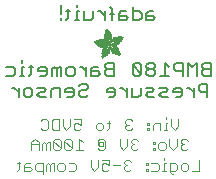
<source format=gbr>
G04 EAGLE Gerber RS-274X export*
G75*
%MOMM*%
%FSLAX34Y34*%
%LPD*%
%INSilkscreen Bottom*%
%IPPOS*%
%AMOC8*
5,1,8,0,0,1.08239X$1,22.5*%
G01*
%ADD10C,0.152400*%
%ADD11C,0.101600*%
%ADD12C,0.127000*%
%ADD13R,0.034300X0.003800*%
%ADD14R,0.057200X0.003800*%
%ADD15R,0.076200X0.003800*%
%ADD16R,0.091400X0.003800*%
%ADD17R,0.102900X0.003800*%
%ADD18R,0.114300X0.003900*%
%ADD19R,0.129500X0.003800*%
%ADD20R,0.137200X0.003800*%
%ADD21R,0.144800X0.003800*%
%ADD22R,0.152400X0.003800*%
%ADD23R,0.160000X0.003800*%
%ADD24R,0.171500X0.003800*%
%ADD25R,0.175300X0.003800*%
%ADD26R,0.182900X0.003800*%
%ADD27R,0.190500X0.003800*%
%ADD28R,0.194300X0.003900*%
%ADD29R,0.201900X0.003800*%
%ADD30R,0.209500X0.003800*%
%ADD31R,0.213400X0.003800*%
%ADD32R,0.221000X0.003800*%
%ADD33R,0.224800X0.003800*%
%ADD34R,0.232400X0.003800*%
%ADD35R,0.240000X0.003800*%
%ADD36R,0.243800X0.003800*%
%ADD37R,0.247600X0.003800*%
%ADD38R,0.255300X0.003900*%
%ADD39R,0.259100X0.003800*%
%ADD40R,0.262900X0.003800*%
%ADD41R,0.270500X0.003800*%
%ADD42R,0.274300X0.003800*%
%ADD43R,0.281900X0.003800*%
%ADD44R,0.285700X0.003800*%
%ADD45R,0.289500X0.003800*%
%ADD46R,0.297200X0.003800*%
%ADD47R,0.301000X0.003800*%
%ADD48R,0.304800X0.003900*%
%ADD49R,0.312400X0.003800*%
%ADD50R,0.316200X0.003800*%
%ADD51R,0.320000X0.003800*%
%ADD52R,0.327600X0.003800*%
%ADD53R,0.331500X0.003800*%
%ADD54R,0.339100X0.003800*%
%ADD55R,0.342900X0.003800*%
%ADD56R,0.346700X0.003800*%
%ADD57R,0.354300X0.003800*%
%ADD58R,0.358100X0.003900*%
%ADD59R,0.361900X0.003800*%
%ADD60R,0.369600X0.003800*%
%ADD61R,0.373400X0.003800*%
%ADD62R,0.377200X0.003800*%
%ADD63R,0.384800X0.003800*%
%ADD64R,0.388600X0.003800*%
%ADD65R,0.396200X0.003800*%
%ADD66R,0.400000X0.003800*%
%ADD67R,0.403800X0.003800*%
%ADD68R,0.411500X0.003900*%
%ADD69R,0.415300X0.003800*%
%ADD70R,0.419100X0.003800*%
%ADD71R,0.045700X0.003800*%
%ADD72R,0.426700X0.003800*%
%ADD73R,0.072400X0.003800*%
%ADD74R,0.430500X0.003800*%
%ADD75R,0.095300X0.003800*%
%ADD76R,0.438100X0.003800*%
%ADD77R,0.110500X0.003800*%
%ADD78R,0.441900X0.003800*%
%ADD79R,0.445800X0.003800*%
%ADD80R,0.144700X0.003800*%
%ADD81R,0.453400X0.003800*%
%ADD82R,0.457200X0.003800*%
%ADD83R,0.175300X0.003900*%
%ADD84R,0.461000X0.003900*%
%ADD85R,0.468600X0.003800*%
%ADD86R,0.205800X0.003800*%
%ADD87R,0.472400X0.003800*%
%ADD88R,0.217200X0.003800*%
%ADD89R,0.476200X0.003800*%
%ADD90R,0.483900X0.003800*%
%ADD91R,0.247700X0.003800*%
%ADD92R,0.487700X0.003800*%
%ADD93R,0.495300X0.003800*%
%ADD94R,0.499100X0.003800*%
%ADD95R,0.502900X0.003800*%
%ADD96R,0.510500X0.003800*%
%ADD97R,0.308600X0.003900*%
%ADD98R,0.514300X0.003900*%
%ADD99R,0.323800X0.003800*%
%ADD100R,0.518100X0.003800*%
%ADD101R,0.335300X0.003800*%
%ADD102R,0.525800X0.003800*%
%ADD103R,0.529600X0.003800*%
%ADD104R,0.358100X0.003800*%
%ADD105R,0.533400X0.003800*%
%ADD106R,0.537200X0.003800*%
%ADD107R,0.381000X0.003800*%
%ADD108R,0.544800X0.003800*%
%ADD109R,0.392400X0.003800*%
%ADD110R,0.548600X0.003800*%
%ADD111R,0.552400X0.003800*%
%ADD112R,0.556200X0.003800*%
%ADD113R,0.422900X0.003900*%
%ADD114R,0.560100X0.003900*%
%ADD115R,0.434300X0.003800*%
%ADD116R,0.563900X0.003800*%
%ADD117R,0.567700X0.003800*%
%ADD118R,0.461000X0.003800*%
%ADD119R,0.571500X0.003800*%
%ADD120R,0.575300X0.003800*%
%ADD121R,0.480100X0.003800*%
%ADD122R,0.579100X0.003800*%
%ADD123R,0.491500X0.003800*%
%ADD124R,0.582900X0.003800*%
%ADD125R,0.586700X0.003800*%
%ADD126R,0.510600X0.003800*%
%ADD127R,0.590500X0.003800*%
%ADD128R,0.522000X0.003800*%
%ADD129R,0.594300X0.003800*%
%ADD130R,0.533400X0.003900*%
%ADD131R,0.598200X0.003900*%
%ADD132R,0.541000X0.003800*%
%ADD133R,0.602000X0.003800*%
%ADD134R,0.552500X0.003800*%
%ADD135R,0.605800X0.003800*%
%ADD136R,0.560100X0.003800*%
%ADD137R,0.609600X0.003800*%
%ADD138R,0.613400X0.003800*%
%ADD139R,0.583000X0.003800*%
%ADD140R,0.617200X0.003800*%
%ADD141R,0.594400X0.003800*%
%ADD142R,0.621000X0.003800*%
%ADD143R,0.598200X0.003800*%
%ADD144R,0.624800X0.003800*%
%ADD145R,0.613500X0.003900*%
%ADD146R,0.628600X0.003900*%
%ADD147R,0.632400X0.003800*%
%ADD148R,0.628600X0.003800*%
%ADD149R,0.636300X0.003800*%
%ADD150R,0.640100X0.003800*%
%ADD151R,0.636200X0.003800*%
%ADD152R,0.643900X0.003800*%
%ADD153R,0.647700X0.003800*%
%ADD154R,0.651500X0.003800*%
%ADD155R,0.659100X0.003800*%
%ADD156R,0.659100X0.003900*%
%ADD157R,0.655300X0.003900*%
%ADD158R,0.662900X0.003800*%
%ADD159R,0.655300X0.003800*%
%ADD160R,0.670500X0.003800*%
%ADD161R,0.670600X0.003800*%
%ADD162R,0.674400X0.003800*%
%ADD163R,0.682000X0.003800*%
%ADD164R,0.666700X0.003800*%
%ADD165R,0.685800X0.003800*%
%ADD166R,0.689600X0.003800*%
%ADD167R,0.693400X0.003900*%
%ADD168R,0.674400X0.003900*%
%ADD169R,0.697200X0.003800*%
%ADD170R,0.678200X0.003800*%
%ADD171R,0.697300X0.003800*%
%ADD172R,0.701100X0.003800*%
%ADD173R,0.704900X0.003800*%
%ADD174R,0.708700X0.003800*%
%ADD175R,0.712500X0.003800*%
%ADD176R,0.716300X0.003800*%
%ADD177R,0.720100X0.003900*%
%ADD178R,0.689600X0.003900*%
%ADD179R,0.720000X0.003800*%
%ADD180R,0.693400X0.003800*%
%ADD181R,0.723900X0.003800*%
%ADD182R,0.727700X0.003800*%
%ADD183R,0.731500X0.003800*%
%ADD184R,0.701000X0.003800*%
%ADD185R,0.735300X0.003800*%
%ADD186R,0.731500X0.003900*%
%ADD187R,0.701000X0.003900*%
%ADD188R,0.704800X0.003800*%
%ADD189R,0.739100X0.003800*%
%ADD190R,0.743000X0.003800*%
%ADD191R,0.739200X0.003800*%
%ADD192R,0.743000X0.003900*%
%ADD193R,0.704800X0.003900*%
%ADD194R,0.746800X0.003800*%
%ADD195R,0.746800X0.003900*%
%ADD196R,0.742900X0.003800*%
%ADD197R,0.746700X0.003800*%
%ADD198R,0.746700X0.003900*%
%ADD199R,1.428800X0.003800*%
%ADD200R,1.424900X0.003800*%
%ADD201R,1.421100X0.003900*%
%ADD202R,1.421100X0.003800*%
%ADD203R,1.417300X0.003800*%
%ADD204R,1.413500X0.003800*%
%ADD205R,1.409700X0.003800*%
%ADD206R,1.405900X0.003800*%
%ADD207R,1.402100X0.003800*%
%ADD208R,1.398300X0.003800*%
%ADD209R,0.983000X0.003900*%
%ADD210R,0.384800X0.003900*%
%ADD211R,0.971600X0.003800*%
%ADD212R,0.963900X0.003800*%
%ADD213R,0.956300X0.003800*%
%ADD214R,0.365800X0.003800*%
%ADD215R,0.952500X0.003800*%
%ADD216R,0.941000X0.003800*%
%ADD217R,0.358200X0.003800*%
%ADD218R,0.937200X0.003800*%
%ADD219R,0.933400X0.003800*%
%ADD220R,0.354400X0.003800*%
%ADD221R,0.925800X0.003800*%
%ADD222R,0.350500X0.003800*%
%ADD223R,0.922000X0.003800*%
%ADD224R,0.918200X0.003900*%
%ADD225R,0.346700X0.003900*%
%ADD226R,0.910600X0.003800*%
%ADD227R,0.906800X0.003800*%
%ADD228R,0.903000X0.003800*%
%ADD229R,0.339000X0.003800*%
%ADD230R,0.895300X0.003800*%
%ADD231R,0.335200X0.003800*%
%ADD232R,0.887700X0.003800*%
%ADD233R,0.883900X0.003800*%
%ADD234R,0.331400X0.003800*%
%ADD235R,0.880100X0.003800*%
%ADD236R,0.876300X0.003800*%
%ADD237R,0.468600X0.003900*%
%ADD238R,0.396200X0.003900*%
%ADD239R,0.323800X0.003900*%
%ADD240R,0.449600X0.003800*%
%ADD241R,0.323900X0.003800*%
%ADD242R,0.442000X0.003800*%
%ADD243R,0.434400X0.003800*%
%ADD244R,0.320100X0.003800*%
%ADD245R,0.316300X0.003800*%
%ADD246R,0.426800X0.003800*%
%ADD247R,0.327700X0.003800*%
%ADD248R,0.312500X0.003800*%
%ADD249R,0.422900X0.003800*%
%ADD250R,0.308600X0.003800*%
%ADD251R,0.293400X0.003800*%
%ADD252R,0.304800X0.003800*%
%ADD253R,0.419100X0.003900*%
%ADD254R,0.285700X0.003900*%
%ADD255R,0.301000X0.003900*%
%ADD256R,0.411500X0.003800*%
%ADD257R,0.407700X0.003800*%
%ADD258R,0.289600X0.003800*%
%ADD259R,0.285800X0.003800*%
%ADD260R,0.403900X0.003800*%
%ADD261R,0.228600X0.003800*%
%ADD262R,0.403900X0.003900*%
%ADD263R,0.221000X0.003900*%
%ADD264R,0.278100X0.003900*%
%ADD265R,0.400100X0.003800*%
%ADD266R,0.209600X0.003800*%
%ADD267R,0.266700X0.003800*%
%ADD268R,0.038100X0.003800*%
%ADD269R,0.194300X0.003800*%
%ADD270R,0.148600X0.003800*%
%ADD271R,0.259000X0.003800*%
%ADD272R,0.182800X0.003800*%
%ADD273R,0.186700X0.003800*%
%ADD274R,0.251400X0.003800*%
%ADD275R,0.179100X0.003800*%
%ADD276R,0.236200X0.003800*%
%ADD277R,0.243900X0.003900*%
%ADD278R,0.282000X0.003900*%
%ADD279R,0.167700X0.003800*%
%ADD280R,0.236300X0.003800*%
%ADD281R,0.396300X0.003800*%
%ADD282R,0.163900X0.003800*%
%ADD283R,0.392500X0.003800*%
%ADD284R,0.160100X0.003800*%
%ADD285R,0.586800X0.003800*%
%ADD286R,0.148500X0.003800*%
%ADD287R,0.140900X0.003800*%
%ADD288R,0.392400X0.003900*%
%ADD289R,0.140900X0.003900*%
%ADD290R,0.647700X0.003900*%
%ADD291R,0.133300X0.003800*%
%ADD292R,0.674300X0.003800*%
%ADD293R,0.388700X0.003800*%
%ADD294R,0.125700X0.003800*%
%ADD295R,0.121900X0.003800*%
%ADD296R,0.720100X0.003800*%
%ADD297R,0.118100X0.003800*%
%ADD298R,0.118100X0.003900*%
%ADD299R,0.739100X0.003900*%
%ADD300R,0.114300X0.003800*%
%ADD301R,0.754400X0.003800*%
%ADD302R,0.765800X0.003800*%
%ADD303R,0.773400X0.003800*%
%ADD304R,0.784800X0.003800*%
%ADD305R,0.118200X0.003800*%
%ADD306R,0.792500X0.003800*%
%ADD307R,0.803900X0.003800*%
%ADD308R,0.122000X0.003800*%
%ADD309R,0.815400X0.003800*%
%ADD310R,0.125800X0.003800*%
%ADD311R,0.826800X0.003800*%
%ADD312R,0.369500X0.003900*%
%ADD313R,0.133400X0.003900*%
%ADD314R,0.842000X0.003900*%
%ADD315R,0.365700X0.003800*%
%ADD316R,1.009700X0.003800*%
%ADD317R,1.013500X0.003800*%
%ADD318R,0.362000X0.003800*%
%ADD319R,1.024900X0.003800*%
%ADD320R,1.028700X0.003800*%
%ADD321R,1.036300X0.003800*%
%ADD322R,1.047800X0.003800*%
%ADD323R,1.055400X0.003800*%
%ADD324R,1.070600X0.003800*%
%ADD325R,0.030500X0.003800*%
%ADD326R,1.436400X0.003800*%
%ADD327R,1.562100X0.003900*%
%ADD328R,1.588700X0.003800*%
%ADD329R,1.607800X0.003800*%
%ADD330R,1.626900X0.003800*%
%ADD331R,1.642100X0.003800*%
%ADD332R,1.657400X0.003800*%
%ADD333R,1.676400X0.003800*%
%ADD334R,1.687800X0.003800*%
%ADD335R,1.703000X0.003800*%
%ADD336R,1.714500X0.003800*%
%ADD337R,1.726000X0.003900*%
%ADD338R,1.741200X0.003800*%
%ADD339R,0.914400X0.003800*%
%ADD340R,0.769600X0.003800*%
%ADD341R,0.884000X0.003800*%
%ADD342R,0.712400X0.003800*%
%ADD343R,0.880100X0.003900*%
%ADD344R,0.887800X0.003800*%
%ADD345R,0.891600X0.003800*%
%ADD346R,0.895400X0.003800*%
%ADD347R,0.251500X0.003800*%
%ADD348R,0.579200X0.003900*%
%ADD349R,0.243900X0.003800*%
%ADD350R,0.556300X0.003800*%
%ADD351R,0.255200X0.003800*%
%ADD352R,0.529500X0.003800*%
%ADD353R,0.731600X0.003800*%
%ADD354R,0.525800X0.003900*%
%ADD355R,0.281900X0.003900*%
%ADD356R,0.735400X0.003900*%
%ADD357R,0.300900X0.003800*%
%ADD358R,0.762000X0.003800*%
%ADD359R,0.518200X0.003800*%
%ADD360R,0.350600X0.003800*%
%ADD361R,0.796300X0.003800*%
%ADD362R,0.807800X0.003800*%
%ADD363R,0.506700X0.003800*%
%ADD364R,0.849600X0.003800*%
%ADD365R,0.506700X0.003900*%
%ADD366R,1.371600X0.003900*%
%ADD367R,1.207800X0.003800*%
%ADD368R,0.503000X0.003800*%
%ADD369R,0.141000X0.003800*%
%ADD370R,1.203900X0.003800*%
%ADD371R,1.204000X0.003800*%
%ADD372R,1.200200X0.003800*%
%ADD373R,0.499100X0.003900*%
%ADD374R,0.156200X0.003900*%
%ADD375R,1.196400X0.003900*%
%ADD376R,1.196400X0.003800*%
%ADD377R,0.163800X0.003800*%
%ADD378R,0.167600X0.003800*%
%ADD379R,1.192500X0.003800*%
%ADD380R,0.499200X0.003800*%
%ADD381R,1.188700X0.003800*%
%ADD382R,0.506800X0.003800*%
%ADD383R,1.184900X0.003800*%
%ADD384R,0.510600X0.003900*%
%ADD385R,0.209600X0.003900*%
%ADD386R,1.181100X0.003900*%
%ADD387R,0.514400X0.003800*%
%ADD388R,1.181100X0.003800*%
%ADD389R,1.177300X0.003800*%
%ADD390R,0.240100X0.003800*%
%ADD391R,1.173500X0.003800*%
%ADD392R,1.169700X0.003800*%
%ADD393R,1.165900X0.003800*%
%ADD394R,1.162100X0.003800*%
%ADD395R,0.929700X0.003900*%
%ADD396R,1.162100X0.003900*%
%ADD397R,0.929700X0.003800*%
%ADD398R,1.154500X0.003800*%
%ADD399R,0.933500X0.003800*%
%ADD400R,1.150600X0.003800*%
%ADD401R,0.937300X0.003800*%
%ADD402R,1.146800X0.003800*%
%ADD403R,0.941100X0.003800*%
%ADD404R,1.139200X0.003800*%
%ADD405R,0.944900X0.003800*%
%ADD406R,1.135400X0.003800*%
%ADD407R,0.948700X0.003800*%
%ADD408R,1.127800X0.003800*%
%ADD409R,1.124000X0.003800*%
%ADD410R,1.116400X0.003800*%
%ADD411R,0.956300X0.003900*%
%ADD412R,1.104900X0.003900*%
%ADD413R,0.960100X0.003800*%
%ADD414R,1.093500X0.003800*%
%ADD415R,1.085900X0.003800*%
%ADD416R,0.967800X0.003800*%
%ADD417R,1.074500X0.003800*%
%ADD418R,1.063000X0.003800*%
%ADD419R,0.975400X0.003800*%
%ADD420R,1.036400X0.003800*%
%ADD421R,0.979200X0.003800*%
%ADD422R,1.021000X0.003800*%
%ADD423R,0.983000X0.003800*%
%ADD424R,1.009600X0.003800*%
%ADD425R,0.986800X0.003800*%
%ADD426R,0.998200X0.003800*%
%ADD427R,0.990600X0.003900*%
%ADD428R,0.986700X0.003900*%
%ADD429R,0.994400X0.003800*%
%ADD430R,0.975300X0.003800*%
%ADD431R,0.948600X0.003800*%
%ADD432R,1.002000X0.003800*%
%ADD433R,0.213300X0.003800*%
%ADD434R,0.217100X0.003800*%
%ADD435R,1.017300X0.003800*%
%ADD436R,0.666800X0.003800*%
%ADD437R,0.220900X0.003800*%
%ADD438R,1.028700X0.003900*%
%ADD439R,0.224700X0.003900*%
%ADD440R,1.032500X0.003800*%
%ADD441R,1.040100X0.003800*%
%ADD442R,1.043900X0.003800*%
%ADD443R,0.548700X0.003800*%
%ADD444R,1.051500X0.003800*%
%ADD445R,1.055300X0.003800*%
%ADD446R,1.059100X0.003800*%
%ADD447R,1.062900X0.003800*%
%ADD448R,0.255300X0.003800*%
%ADD449R,1.066800X0.003900*%
%ADD450R,0.259100X0.003900*%
%ADD451R,0.457200X0.003900*%
%ADD452R,0.423000X0.003800*%
%ADD453R,1.082100X0.003800*%
%ADD454R,0.274400X0.003800*%
%ADD455R,0.278200X0.003800*%
%ADD456R,1.101100X0.003800*%
%ADD457R,0.278100X0.003800*%
%ADD458R,0.876300X0.003900*%
%ADD459R,0.236200X0.003900*%
%ADD460R,0.289600X0.003900*%
%ADD461R,0.247700X0.003900*%
%ADD462R,0.049500X0.003800*%
%ADD463R,0.640100X0.003900*%
%ADD464R,0.659200X0.003800*%
%ADD465R,0.663000X0.003800*%
%ADD466R,0.872500X0.003900*%
%ADD467R,0.666800X0.003900*%
%ADD468R,0.872500X0.003800*%
%ADD469R,0.868700X0.003800*%
%ADD470R,0.864900X0.003800*%
%ADD471R,0.861100X0.003800*%
%ADD472R,0.857300X0.003800*%
%ADD473R,0.853400X0.003800*%
%ADD474R,0.845800X0.003800*%
%ADD475R,0.682000X0.003900*%
%ADD476R,0.842000X0.003800*%
%ADD477R,0.834400X0.003800*%
%ADD478R,0.823000X0.003800*%
%ADD479R,0.815300X0.003800*%
%ADD480R,0.811500X0.003800*%
%ADD481R,0.788700X0.003800*%
%ADD482R,0.777300X0.003900*%
%ADD483R,0.750600X0.003800*%
%ADD484R,0.735400X0.003800*%
%ADD485R,0.727800X0.003800*%
%ADD486R,0.628700X0.003800*%
%ADD487R,0.575400X0.003800*%
%ADD488R,0.670600X0.003900*%
%ADD489R,0.655400X0.003800*%
%ADD490R,0.651500X0.003900*%
%ADD491R,0.624800X0.003900*%
%ADD492R,0.594400X0.003900*%
%ADD493R,0.563900X0.003900*%
%ADD494R,0.541100X0.003800*%
%ADD495R,0.537300X0.003800*%
%ADD496R,0.525700X0.003800*%
%ADD497R,0.525700X0.003900*%
%ADD498R,0.514300X0.003800*%
%ADD499R,0.480100X0.003900*%
%ADD500R,0.464800X0.003800*%
%ADD501R,0.442000X0.003900*%
%ADD502R,0.438200X0.003800*%
%ADD503R,0.430600X0.003800*%
%ADD504R,0.407600X0.003800*%
%ADD505R,0.403800X0.003900*%
%ADD506R,0.365700X0.003900*%
%ADD507R,0.327700X0.003900*%
%ADD508R,0.243800X0.003900*%
%ADD509R,0.205800X0.003900*%
%ADD510R,0.198100X0.003800*%
%ADD511R,0.163800X0.003900*%
%ADD512R,0.137100X0.003800*%
%ADD513R,0.091500X0.003900*%
%ADD514R,0.060900X0.003800*%


D10*
X175547Y111252D02*
X175547Y122438D01*
X169955Y122438D01*
X168090Y120573D01*
X168090Y118709D01*
X169955Y116845D01*
X168090Y114981D01*
X168090Y113116D01*
X169955Y111252D01*
X175547Y111252D01*
X175547Y116845D02*
X169955Y116845D01*
X163853Y111252D02*
X163853Y122438D01*
X160125Y118709D01*
X156396Y122438D01*
X156396Y111252D01*
X152160Y111252D02*
X152160Y122438D01*
X146567Y122438D01*
X144702Y120573D01*
X144702Y116845D01*
X146567Y114981D01*
X152160Y114981D01*
X140466Y118709D02*
X136737Y122438D01*
X136737Y111252D01*
X133009Y111252D02*
X140466Y111252D01*
X128772Y120573D02*
X126907Y122438D01*
X123179Y122438D01*
X121315Y120573D01*
X121315Y118709D01*
X123179Y116845D01*
X121315Y114981D01*
X121315Y113116D01*
X123179Y111252D01*
X126907Y111252D01*
X128772Y113116D01*
X128772Y114981D01*
X126907Y116845D01*
X128772Y118709D01*
X128772Y120573D01*
X126907Y116845D02*
X123179Y116845D01*
X117078Y120573D02*
X117078Y113116D01*
X117078Y120573D02*
X115213Y122438D01*
X111485Y122438D01*
X109621Y120573D01*
X109621Y113116D01*
X111485Y111252D01*
X115213Y111252D01*
X117078Y113116D01*
X109621Y120573D01*
X93690Y122438D02*
X93690Y111252D01*
X93690Y122438D02*
X88097Y122438D01*
X86233Y120573D01*
X86233Y118709D01*
X88097Y116845D01*
X86233Y114981D01*
X86233Y113116D01*
X88097Y111252D01*
X93690Y111252D01*
X93690Y116845D02*
X88097Y116845D01*
X80131Y118709D02*
X76403Y118709D01*
X74539Y116845D01*
X74539Y111252D01*
X80131Y111252D01*
X81996Y113116D01*
X80131Y114981D01*
X74539Y114981D01*
X70302Y118709D02*
X70302Y111252D01*
X70302Y114981D02*
X66573Y118709D01*
X64709Y118709D01*
X58693Y111252D02*
X54964Y111252D01*
X53100Y113116D01*
X53100Y116845D01*
X54964Y118709D01*
X58693Y118709D01*
X60557Y116845D01*
X60557Y113116D01*
X58693Y111252D01*
X48863Y111252D02*
X48863Y118709D01*
X46999Y118709D01*
X45134Y116845D01*
X45134Y111252D01*
X45134Y116845D02*
X43270Y118709D01*
X41406Y116845D01*
X41406Y111252D01*
X35305Y111252D02*
X31576Y111252D01*
X35305Y111252D02*
X37169Y113116D01*
X37169Y116845D01*
X35305Y118709D01*
X31576Y118709D01*
X29712Y116845D01*
X29712Y114981D01*
X37169Y114981D01*
X23611Y113116D02*
X23611Y120573D01*
X23611Y113116D02*
X21746Y111252D01*
X21746Y118709D02*
X25475Y118709D01*
X17679Y118709D02*
X15815Y118709D01*
X15815Y111252D01*
X17679Y111252D02*
X13950Y111252D01*
X15815Y122438D02*
X15815Y124302D01*
X8019Y118709D02*
X2426Y118709D01*
X8019Y118709D02*
X9883Y116845D01*
X9883Y113116D01*
X8019Y111252D01*
X2426Y111252D01*
X172919Y104658D02*
X172919Y93472D01*
X172919Y104658D02*
X167327Y104658D01*
X165462Y102793D01*
X165462Y99065D01*
X167327Y97201D01*
X172919Y97201D01*
X161225Y100929D02*
X161225Y93472D01*
X161225Y97201D02*
X157497Y100929D01*
X155633Y100929D01*
X149616Y93472D02*
X145888Y93472D01*
X149616Y93472D02*
X151481Y95336D01*
X151481Y99065D01*
X149616Y100929D01*
X145888Y100929D01*
X144023Y99065D01*
X144023Y97201D01*
X151481Y97201D01*
X139787Y93472D02*
X134194Y93472D01*
X132330Y95336D01*
X134194Y97201D01*
X137922Y97201D01*
X139787Y99065D01*
X137922Y100929D01*
X132330Y100929D01*
X128093Y93472D02*
X122500Y93472D01*
X120636Y95336D01*
X122500Y97201D01*
X126228Y97201D01*
X128093Y99065D01*
X126228Y100929D01*
X120636Y100929D01*
X116399Y100929D02*
X116399Y95336D01*
X114534Y93472D01*
X108942Y93472D01*
X108942Y100929D01*
X104705Y100929D02*
X104705Y93472D01*
X104705Y97201D02*
X100976Y100929D01*
X99112Y100929D01*
X93095Y93472D02*
X89367Y93472D01*
X93095Y93472D02*
X94960Y95336D01*
X94960Y99065D01*
X93095Y100929D01*
X89367Y100929D01*
X87503Y99065D01*
X87503Y97201D01*
X94960Y97201D01*
X65979Y104658D02*
X64115Y102793D01*
X65979Y104658D02*
X69707Y104658D01*
X71572Y102793D01*
X71572Y100929D01*
X69707Y99065D01*
X65979Y99065D01*
X64115Y97201D01*
X64115Y95336D01*
X65979Y93472D01*
X69707Y93472D01*
X71572Y95336D01*
X58014Y93472D02*
X54285Y93472D01*
X58014Y93472D02*
X59878Y95336D01*
X59878Y99065D01*
X58014Y100929D01*
X54285Y100929D01*
X52421Y99065D01*
X52421Y97201D01*
X59878Y97201D01*
X48184Y100929D02*
X48184Y93472D01*
X48184Y100929D02*
X42591Y100929D01*
X40727Y99065D01*
X40727Y93472D01*
X36490Y93472D02*
X30897Y93472D01*
X29033Y95336D01*
X30897Y97201D01*
X34626Y97201D01*
X36490Y99065D01*
X34626Y100929D01*
X29033Y100929D01*
X22932Y93472D02*
X19203Y93472D01*
X17339Y95336D01*
X17339Y99065D01*
X19203Y100929D01*
X22932Y100929D01*
X24796Y99065D01*
X24796Y95336D01*
X22932Y93472D01*
X13102Y93472D02*
X13102Y100929D01*
X13102Y97201D02*
X9373Y100929D01*
X7509Y100929D01*
D11*
X148421Y74430D02*
X148421Y68329D01*
X145371Y65278D01*
X142320Y68329D01*
X142320Y74430D01*
X139066Y71379D02*
X137541Y71379D01*
X137541Y65278D01*
X139066Y65278D02*
X136015Y65278D01*
X137541Y74430D02*
X137541Y75955D01*
X132829Y71379D02*
X132829Y65278D01*
X132829Y71379D02*
X128253Y71379D01*
X126728Y69854D01*
X126728Y65278D01*
X123474Y71379D02*
X121949Y71379D01*
X121949Y69854D01*
X123474Y69854D01*
X123474Y71379D01*
X123474Y66803D02*
X121949Y66803D01*
X121949Y65278D01*
X123474Y65278D01*
X123474Y66803D01*
X109441Y72905D02*
X107916Y74430D01*
X104865Y74430D01*
X103340Y72905D01*
X103340Y71379D01*
X104865Y69854D01*
X106391Y69854D01*
X104865Y69854D02*
X103340Y68329D01*
X103340Y66803D01*
X104865Y65278D01*
X107916Y65278D01*
X109441Y66803D01*
X89206Y66803D02*
X89206Y72905D01*
X89206Y66803D02*
X87680Y65278D01*
X87680Y71379D02*
X90731Y71379D01*
X82969Y65278D02*
X79918Y65278D01*
X78393Y66803D01*
X78393Y69854D01*
X79918Y71379D01*
X82969Y71379D01*
X84494Y69854D01*
X84494Y66803D01*
X82969Y65278D01*
X65784Y74430D02*
X59683Y74430D01*
X65784Y74430D02*
X65784Y69854D01*
X62733Y71379D01*
X61208Y71379D01*
X59683Y69854D01*
X59683Y66803D01*
X61208Y65278D01*
X64258Y65278D01*
X65784Y66803D01*
X56429Y68329D02*
X56429Y74430D01*
X56429Y68329D02*
X53378Y65278D01*
X50327Y68329D01*
X50327Y74430D01*
X47073Y74430D02*
X47073Y65278D01*
X42497Y65278D01*
X40972Y66803D01*
X40972Y72905D01*
X42497Y74430D01*
X47073Y74430D01*
X33142Y74430D02*
X31617Y72905D01*
X33142Y74430D02*
X36193Y74430D01*
X37718Y72905D01*
X37718Y66803D01*
X36193Y65278D01*
X33142Y65278D01*
X31617Y66803D01*
X165862Y40140D02*
X165862Y30988D01*
X159760Y30988D01*
X154981Y30988D02*
X151930Y30988D01*
X150405Y32513D01*
X150405Y35564D01*
X151930Y37089D01*
X154981Y37089D01*
X156506Y35564D01*
X156506Y32513D01*
X154981Y30988D01*
X144101Y27937D02*
X142575Y27937D01*
X141050Y29463D01*
X141050Y37089D01*
X145626Y37089D01*
X147151Y35564D01*
X147151Y32513D01*
X145626Y30988D01*
X141050Y30988D01*
X137796Y37089D02*
X136271Y37089D01*
X136271Y30988D01*
X137796Y30988D02*
X134745Y30988D01*
X136271Y40140D02*
X136271Y41665D01*
X130034Y37089D02*
X125458Y37089D01*
X130034Y37089D02*
X131559Y35564D01*
X131559Y32513D01*
X130034Y30988D01*
X125458Y30988D01*
X122204Y37089D02*
X120679Y37089D01*
X120679Y35564D01*
X122204Y35564D01*
X122204Y37089D01*
X122204Y32513D02*
X120679Y32513D01*
X120679Y30988D01*
X122204Y30988D01*
X122204Y32513D01*
X108171Y38615D02*
X106646Y40140D01*
X103595Y40140D01*
X102070Y38615D01*
X102070Y37089D01*
X103595Y35564D01*
X105121Y35564D01*
X103595Y35564D02*
X102070Y34039D01*
X102070Y32513D01*
X103595Y30988D01*
X106646Y30988D01*
X108171Y32513D01*
X98816Y35564D02*
X92715Y35564D01*
X89461Y40140D02*
X83360Y40140D01*
X89461Y40140D02*
X89461Y35564D01*
X86410Y37089D01*
X84885Y37089D01*
X83360Y35564D01*
X83360Y32513D01*
X84885Y30988D01*
X87936Y30988D01*
X89461Y32513D01*
X80106Y34039D02*
X80106Y40140D01*
X80106Y34039D02*
X77055Y30988D01*
X74005Y34039D01*
X74005Y40140D01*
X59870Y37089D02*
X55294Y37089D01*
X59870Y37089D02*
X61395Y35564D01*
X61395Y32513D01*
X59870Y30988D01*
X55294Y30988D01*
X50515Y30988D02*
X47464Y30988D01*
X45939Y32513D01*
X45939Y35564D01*
X47464Y37089D01*
X50515Y37089D01*
X52040Y35564D01*
X52040Y32513D01*
X50515Y30988D01*
X42685Y30988D02*
X42685Y37089D01*
X41160Y37089D01*
X39634Y35564D01*
X39634Y30988D01*
X39634Y35564D02*
X38109Y37089D01*
X36584Y35564D01*
X36584Y30988D01*
X33330Y27937D02*
X33330Y37089D01*
X28754Y37089D01*
X27229Y35564D01*
X27229Y32513D01*
X28754Y30988D01*
X33330Y30988D01*
X22449Y37089D02*
X19399Y37089D01*
X17873Y35564D01*
X17873Y30988D01*
X22449Y30988D01*
X23975Y32513D01*
X22449Y34039D01*
X17873Y34039D01*
X13094Y32513D02*
X13094Y38615D01*
X13094Y32513D02*
X11569Y30988D01*
X11569Y37089D02*
X14619Y37089D01*
X154692Y57920D02*
X156217Y56395D01*
X154692Y57920D02*
X151641Y57920D01*
X150116Y56395D01*
X150116Y54869D01*
X151641Y53344D01*
X153167Y53344D01*
X151641Y53344D02*
X150116Y51819D01*
X150116Y50293D01*
X151641Y48768D01*
X154692Y48768D01*
X156217Y50293D01*
X146862Y51819D02*
X146862Y57920D01*
X146862Y51819D02*
X143811Y48768D01*
X140761Y51819D01*
X140761Y57920D01*
X135982Y48768D02*
X132931Y48768D01*
X131406Y50293D01*
X131406Y53344D01*
X132931Y54869D01*
X135982Y54869D01*
X137507Y53344D01*
X137507Y50293D01*
X135982Y48768D01*
X128152Y54869D02*
X126626Y54869D01*
X126626Y53344D01*
X128152Y53344D01*
X128152Y54869D01*
X128152Y50293D02*
X126626Y50293D01*
X126626Y48768D01*
X128152Y48768D01*
X128152Y50293D01*
X114119Y56395D02*
X112594Y57920D01*
X109543Y57920D01*
X108018Y56395D01*
X108018Y54869D01*
X109543Y53344D01*
X111068Y53344D01*
X109543Y53344D02*
X108018Y51819D01*
X108018Y50293D01*
X109543Y48768D01*
X112594Y48768D01*
X114119Y50293D01*
X104764Y51819D02*
X104764Y57920D01*
X104764Y51819D02*
X101713Y48768D01*
X98662Y51819D01*
X98662Y57920D01*
X81477Y48768D02*
X79952Y50293D01*
X81477Y48768D02*
X84528Y48768D01*
X86053Y50293D01*
X86053Y56395D01*
X84528Y57920D01*
X81477Y57920D01*
X79952Y56395D01*
X79952Y53344D01*
X81477Y51819D01*
X84528Y51819D01*
X84528Y54869D01*
X81477Y54869D01*
X81477Y51819D01*
X67343Y54869D02*
X64292Y57920D01*
X64292Y48768D01*
X61242Y48768D02*
X67343Y48768D01*
X57988Y50293D02*
X57988Y56395D01*
X56462Y57920D01*
X53412Y57920D01*
X51887Y56395D01*
X51887Y50293D01*
X53412Y48768D01*
X56462Y48768D01*
X57988Y50293D01*
X51887Y56395D01*
X48633Y56395D02*
X48633Y50293D01*
X48633Y56395D02*
X47107Y57920D01*
X44057Y57920D01*
X42531Y56395D01*
X42531Y50293D01*
X44057Y48768D01*
X47107Y48768D01*
X48633Y50293D01*
X42531Y56395D01*
X39277Y54869D02*
X39277Y48768D01*
X39277Y54869D02*
X37752Y54869D01*
X36227Y53344D01*
X36227Y48768D01*
X36227Y53344D02*
X34701Y54869D01*
X33176Y53344D01*
X33176Y48768D01*
X29922Y48768D02*
X29922Y54869D01*
X26872Y57920D01*
X23821Y54869D01*
X23821Y48768D01*
X23821Y53344D02*
X29922Y53344D01*
D12*
X123185Y165742D02*
X126998Y165742D01*
X123185Y165742D02*
X121279Y163835D01*
X121279Y158115D01*
X126998Y158115D01*
X128905Y160022D01*
X126998Y161928D01*
X121279Y161928D01*
X109585Y158115D02*
X109585Y169555D01*
X109585Y158115D02*
X115304Y158115D01*
X117211Y160022D01*
X117211Y163835D01*
X115304Y165742D01*
X109585Y165742D01*
X103610Y165742D02*
X99797Y165742D01*
X97891Y163835D01*
X97891Y158115D01*
X103610Y158115D01*
X105517Y160022D01*
X103610Y161928D01*
X97891Y161928D01*
X91916Y158115D02*
X91916Y167648D01*
X90010Y169555D01*
X90010Y163835D02*
X93823Y163835D01*
X86027Y165742D02*
X86027Y158115D01*
X86027Y161928D02*
X82214Y165742D01*
X80307Y165742D01*
X76282Y165742D02*
X76282Y160022D01*
X74376Y158115D01*
X68656Y158115D01*
X68656Y165742D01*
X64588Y165742D02*
X62682Y165742D01*
X62682Y158115D01*
X64588Y158115D02*
X60775Y158115D01*
X62682Y169555D02*
X62682Y171461D01*
X54886Y167648D02*
X54886Y160022D01*
X52979Y158115D01*
X52979Y165742D02*
X56792Y165742D01*
X48996Y160022D02*
X48996Y158115D01*
X48996Y163835D02*
X48996Y171461D01*
D13*
X84532Y125730D03*
D14*
X84531Y125768D03*
D15*
X84550Y125806D03*
D16*
X84550Y125844D03*
D17*
X84532Y125882D03*
D18*
X84551Y125921D03*
D19*
X84551Y125959D03*
D20*
X84550Y125997D03*
D21*
X84550Y126035D03*
D22*
X84588Y126073D03*
D23*
X84588Y126111D03*
D24*
X84608Y126149D03*
D25*
X84627Y126187D03*
D26*
X84627Y126225D03*
D27*
X84665Y126263D03*
D28*
X84684Y126302D03*
D29*
X84684Y126340D03*
D30*
X84722Y126378D03*
D31*
X84741Y126416D03*
D32*
X84779Y126454D03*
D33*
X84798Y126492D03*
D34*
X84798Y126530D03*
D35*
X84836Y126568D03*
D36*
X84855Y126606D03*
D37*
X84874Y126644D03*
D38*
X84913Y126683D03*
D39*
X84932Y126721D03*
D40*
X84951Y126759D03*
D41*
X84989Y126797D03*
D42*
X85008Y126835D03*
D43*
X85046Y126873D03*
D44*
X85065Y126911D03*
D45*
X85084Y126949D03*
D46*
X85122Y126987D03*
D47*
X85141Y127025D03*
D48*
X85160Y127064D03*
D49*
X85198Y127102D03*
D50*
X85217Y127140D03*
D51*
X85236Y127178D03*
D52*
X85274Y127216D03*
D53*
X85294Y127254D03*
D54*
X85332Y127292D03*
D55*
X85351Y127330D03*
D56*
X85370Y127368D03*
D57*
X85408Y127406D03*
D58*
X85427Y127445D03*
D59*
X85446Y127483D03*
D60*
X85484Y127521D03*
D61*
X85503Y127559D03*
D62*
X85522Y127597D03*
D63*
X85560Y127635D03*
D64*
X85579Y127673D03*
D65*
X85617Y127711D03*
D66*
X85636Y127749D03*
D67*
X85655Y127787D03*
D68*
X85694Y127826D03*
D69*
X85713Y127864D03*
D70*
X85732Y127902D03*
D71*
X98495Y127940D03*
D72*
X85770Y127940D03*
D73*
X98476Y127978D03*
D74*
X85789Y127978D03*
D75*
X98438Y128016D03*
D76*
X85827Y128016D03*
D77*
X98400Y128054D03*
D78*
X85846Y128054D03*
D19*
X98381Y128092D03*
D79*
X85865Y128092D03*
D80*
X98343Y128130D03*
D81*
X85903Y128130D03*
D23*
X98304Y128168D03*
D82*
X85922Y128168D03*
D83*
X98267Y128207D03*
D84*
X85941Y128207D03*
D27*
X98229Y128245D03*
D85*
X85979Y128245D03*
D86*
X98190Y128283D03*
D87*
X85998Y128283D03*
D88*
X98133Y128321D03*
D89*
X86017Y128321D03*
D34*
X98095Y128359D03*
D90*
X86056Y128359D03*
D91*
X98057Y128397D03*
D92*
X86075Y128397D03*
D39*
X98000Y128435D03*
D93*
X86113Y128435D03*
D42*
X97962Y128473D03*
D94*
X86132Y128473D03*
D44*
X97905Y128511D03*
D95*
X86151Y128511D03*
D46*
X97847Y128549D03*
D96*
X86189Y128549D03*
D97*
X97790Y128588D03*
D98*
X86208Y128588D03*
D99*
X97752Y128626D03*
D100*
X86227Y128626D03*
D101*
X97695Y128664D03*
D102*
X86265Y128664D03*
D56*
X97638Y128702D03*
D103*
X86284Y128702D03*
D104*
X97581Y128740D03*
D105*
X86303Y128740D03*
D60*
X97523Y128778D03*
D106*
X86322Y128778D03*
D107*
X97466Y128816D03*
D108*
X86360Y128816D03*
D109*
X97409Y128854D03*
D110*
X86379Y128854D03*
D67*
X97352Y128892D03*
D111*
X86398Y128892D03*
D69*
X97295Y128930D03*
D112*
X86417Y128930D03*
D113*
X97219Y128969D03*
D114*
X86437Y128969D03*
D115*
X97162Y129007D03*
D116*
X86456Y129007D03*
D79*
X97104Y129045D03*
D117*
X86475Y129045D03*
D118*
X97028Y129083D03*
D119*
X86494Y129083D03*
D87*
X96971Y129121D03*
D120*
X86513Y129121D03*
D121*
X96895Y129159D03*
D122*
X86532Y129159D03*
D123*
X96838Y129197D03*
D124*
X86551Y129197D03*
D95*
X96781Y129235D03*
D125*
X86570Y129235D03*
D126*
X96704Y129273D03*
D127*
X86589Y129273D03*
D128*
X96647Y129311D03*
D129*
X86608Y129311D03*
D130*
X96590Y129350D03*
D131*
X86627Y129350D03*
D132*
X96514Y129388D03*
D133*
X86646Y129388D03*
D134*
X96457Y129426D03*
D135*
X86665Y129426D03*
D136*
X96419Y129464D03*
D135*
X86665Y129464D03*
D119*
X96362Y129502D03*
D137*
X86684Y129502D03*
D120*
X96305Y129540D03*
D138*
X86703Y129540D03*
D139*
X96266Y129578D03*
D140*
X86722Y129578D03*
D141*
X96209Y129616D03*
D142*
X86741Y129616D03*
D143*
X96152Y129654D03*
D142*
X86741Y129654D03*
D135*
X96114Y129692D03*
D144*
X86760Y129692D03*
D145*
X96076Y129731D03*
D146*
X86779Y129731D03*
D138*
X96037Y129769D03*
D147*
X86798Y129769D03*
D142*
X95999Y129807D03*
D147*
X86798Y129807D03*
D148*
X95961Y129845D03*
D149*
X86818Y129845D03*
D147*
X95904Y129883D03*
D150*
X86837Y129883D03*
D151*
X95885Y129921D03*
D152*
X86856Y129921D03*
X95847Y129959D03*
X86856Y129959D03*
D153*
X95790Y129997D03*
X86875Y129997D03*
D154*
X95771Y130035D03*
X86894Y130035D03*
D155*
X95733Y130073D03*
D154*
X86894Y130073D03*
D156*
X95695Y130112D03*
D157*
X86913Y130112D03*
D158*
X95676Y130150D03*
D159*
X86913Y130150D03*
D160*
X95638Y130188D03*
D155*
X86932Y130188D03*
D161*
X95599Y130226D03*
D158*
X86951Y130226D03*
D162*
X95580Y130264D03*
D158*
X86951Y130264D03*
D163*
X95542Y130302D03*
D164*
X86970Y130302D03*
D163*
X95504Y130340D03*
D164*
X86970Y130340D03*
D165*
X95485Y130378D03*
D160*
X86989Y130378D03*
D166*
X95466Y130416D03*
D160*
X86989Y130416D03*
D166*
X95428Y130454D03*
D162*
X87008Y130454D03*
D167*
X95409Y130493D03*
D168*
X87008Y130493D03*
D169*
X95390Y130531D03*
D170*
X87027Y130531D03*
D171*
X95352Y130569D03*
D170*
X87027Y130569D03*
D172*
X95333Y130607D03*
D170*
X87027Y130607D03*
D173*
X95314Y130645D03*
D163*
X87046Y130645D03*
D173*
X95276Y130683D03*
D163*
X87046Y130683D03*
D174*
X95257Y130721D03*
D165*
X87065Y130721D03*
D175*
X95238Y130759D03*
D165*
X87065Y130759D03*
D175*
X95200Y130797D03*
D165*
X87065Y130797D03*
D176*
X95181Y130835D03*
D166*
X87084Y130835D03*
D177*
X95162Y130874D03*
D178*
X87084Y130874D03*
D179*
X95123Y130912D03*
D180*
X87103Y130912D03*
D181*
X95104Y130950D03*
D180*
X87103Y130950D03*
D181*
X95104Y130988D03*
D180*
X87103Y130988D03*
D181*
X95066Y131026D03*
D180*
X87103Y131026D03*
D182*
X95047Y131064D03*
D169*
X87122Y131064D03*
D183*
X95028Y131102D03*
D169*
X87122Y131102D03*
D182*
X95009Y131140D03*
D169*
X87122Y131140D03*
D183*
X94990Y131178D03*
D184*
X87141Y131178D03*
D185*
X94971Y131216D03*
D184*
X87141Y131216D03*
D186*
X94952Y131255D03*
D187*
X87141Y131255D03*
D185*
X94933Y131293D03*
D184*
X87141Y131293D03*
D185*
X94933Y131331D03*
D188*
X87160Y131331D03*
D185*
X94895Y131369D03*
D184*
X87179Y131369D03*
D189*
X94876Y131407D03*
D184*
X87179Y131407D03*
D189*
X94876Y131445D03*
D184*
X87179Y131445D03*
D189*
X94838Y131483D03*
D184*
X87179Y131483D03*
D189*
X94838Y131521D03*
D184*
X87179Y131521D03*
D190*
X94818Y131559D03*
D188*
X87198Y131559D03*
D191*
X94799Y131597D03*
D188*
X87198Y131597D03*
D192*
X94780Y131636D03*
D193*
X87198Y131636D03*
D190*
X94780Y131674D03*
D188*
X87198Y131674D03*
D190*
X94742Y131712D03*
D188*
X87198Y131712D03*
D190*
X94742Y131750D03*
D188*
X87198Y131750D03*
D190*
X94742Y131788D03*
D188*
X87198Y131788D03*
D190*
X94704Y131826D03*
D184*
X87217Y131826D03*
D190*
X94704Y131864D03*
D184*
X87217Y131864D03*
D194*
X94685Y131902D03*
D184*
X87217Y131902D03*
D190*
X94666Y131940D03*
D184*
X87217Y131940D03*
D190*
X94666Y131978D03*
D184*
X87217Y131978D03*
D195*
X94647Y132017D03*
D187*
X87217Y132017D03*
D196*
X94628Y132055D03*
D184*
X87217Y132055D03*
D196*
X94628Y132093D03*
D169*
X87236Y132093D03*
D197*
X94609Y132131D03*
D169*
X87236Y132131D03*
D196*
X94590Y132169D03*
D169*
X87236Y132169D03*
D196*
X94590Y132207D03*
D169*
X87236Y132207D03*
D196*
X94590Y132245D03*
D169*
X87236Y132245D03*
D197*
X94571Y132283D03*
D180*
X87255Y132283D03*
D196*
X94552Y132321D03*
D180*
X87255Y132321D03*
D196*
X94552Y132359D03*
D180*
X87255Y132359D03*
D198*
X94533Y132398D03*
D167*
X87255Y132398D03*
D196*
X94514Y132436D03*
D166*
X87274Y132436D03*
D196*
X94514Y132474D03*
D166*
X87274Y132474D03*
D197*
X94495Y132512D03*
D166*
X87274Y132512D03*
D196*
X94476Y132550D03*
D166*
X87274Y132550D03*
D196*
X94476Y132588D03*
D165*
X87293Y132588D03*
D196*
X94476Y132626D03*
D165*
X87293Y132626D03*
D199*
X91008Y132664D03*
X91008Y132702D03*
D200*
X91028Y132740D03*
D201*
X91009Y132779D03*
D202*
X91009Y132817D03*
D203*
X91028Y132855D03*
D204*
X91009Y132893D03*
X91009Y132931D03*
D205*
X91028Y132969D03*
D206*
X91009Y133007D03*
X91009Y133045D03*
D207*
X91028Y133083D03*
D208*
X91009Y133121D03*
D209*
X93085Y133160D03*
D210*
X85979Y133160D03*
D211*
X93142Y133198D03*
D62*
X85941Y133198D03*
D212*
X93142Y133236D03*
D61*
X85922Y133236D03*
D213*
X93180Y133274D03*
D214*
X85922Y133274D03*
D215*
X93199Y133312D03*
D214*
X85922Y133312D03*
D216*
X93218Y133350D03*
D217*
X85922Y133350D03*
D218*
X93237Y133388D03*
D217*
X85922Y133388D03*
D219*
X93256Y133426D03*
D220*
X85941Y133426D03*
D221*
X93256Y133464D03*
D222*
X85922Y133464D03*
D223*
X93275Y133502D03*
D56*
X85941Y133502D03*
D224*
X93294Y133541D03*
D225*
X85941Y133541D03*
D226*
X93294Y133579D03*
D55*
X85960Y133579D03*
D227*
X93313Y133617D03*
D55*
X85960Y133617D03*
D228*
X93332Y133655D03*
D229*
X85979Y133655D03*
D230*
X93333Y133693D03*
D229*
X85979Y133693D03*
D230*
X93333Y133731D03*
D231*
X85998Y133731D03*
D232*
X93333Y133769D03*
D231*
X85998Y133769D03*
D233*
X93352Y133807D03*
D234*
X86017Y133807D03*
D235*
X93371Y133845D03*
D52*
X86036Y133845D03*
D236*
X93352Y133883D03*
D52*
X86036Y133883D03*
D237*
X95390Y133922D03*
D238*
X90989Y133922D03*
D239*
X86055Y133922D03*
D240*
X95447Y133960D03*
D60*
X90894Y133960D03*
D241*
X86094Y133960D03*
D242*
X95485Y133998D03*
D104*
X90837Y133998D03*
D241*
X86094Y133998D03*
D243*
X95485Y134036D03*
D56*
X90818Y134036D03*
D244*
X86113Y134036D03*
D243*
X95485Y134074D03*
D101*
X90799Y134074D03*
D245*
X86132Y134074D03*
D246*
X95485Y134112D03*
D247*
X90761Y134112D03*
D248*
X86151Y134112D03*
D246*
X95485Y134150D03*
D245*
X90742Y134150D03*
D248*
X86151Y134150D03*
D249*
X95466Y134188D03*
D250*
X90703Y134188D03*
D248*
X86189Y134188D03*
D249*
X95466Y134226D03*
D47*
X90703Y134226D03*
D250*
X86208Y134226D03*
D70*
X95447Y134264D03*
D251*
X90665Y134264D03*
D252*
X86227Y134264D03*
D253*
X95447Y134303D03*
D254*
X90666Y134303D03*
D255*
X86246Y134303D03*
D69*
X95428Y134341D03*
D42*
X90647Y134341D03*
D47*
X86284Y134341D03*
D69*
X95428Y134379D03*
D41*
X90628Y134379D03*
D46*
X86303Y134379D03*
D256*
X95409Y134417D03*
D40*
X90628Y134417D03*
D251*
X86322Y134417D03*
D256*
X95409Y134455D03*
D39*
X90609Y134455D03*
D251*
X86360Y134455D03*
D257*
X95390Y134493D03*
D37*
X90589Y134493D03*
D258*
X86379Y134493D03*
D257*
X95352Y134531D03*
D36*
X90570Y134531D03*
D259*
X86398Y134531D03*
D257*
X95352Y134569D03*
D35*
X90551Y134569D03*
D259*
X86436Y134569D03*
D260*
X95333Y134607D03*
D34*
X90551Y134607D03*
D43*
X86456Y134607D03*
D257*
X95314Y134645D03*
D261*
X90532Y134645D03*
D43*
X86494Y134645D03*
D262*
X95295Y134684D03*
D263*
X90532Y134684D03*
D264*
X86513Y134684D03*
D265*
X95276Y134722D03*
D88*
X90513Y134722D03*
D41*
X86551Y134722D03*
D260*
X95257Y134760D03*
D266*
X90513Y134760D03*
D41*
X86589Y134760D03*
D265*
X95238Y134798D03*
D86*
X90494Y134798D03*
D267*
X86608Y134798D03*
D268*
X84132Y134798D03*
D66*
X95199Y134836D03*
D29*
X90475Y134836D03*
D40*
X86665Y134836D03*
D77*
X84113Y134836D03*
D66*
X95199Y134874D03*
D269*
X90475Y134874D03*
D39*
X86684Y134874D03*
D270*
X84112Y134874D03*
D66*
X95161Y134912D03*
D27*
X90456Y134912D03*
D271*
X86722Y134912D03*
D272*
X84093Y134912D03*
D65*
X95142Y134950D03*
D273*
X90437Y134950D03*
D274*
X86760Y134950D03*
D31*
X84093Y134950D03*
D65*
X95104Y134988D03*
D275*
X90437Y134988D03*
D274*
X86798Y134988D03*
D276*
X84093Y134988D03*
D66*
X95085Y135026D03*
D275*
X90437Y135026D03*
D36*
X86836Y135026D03*
D271*
X84093Y135026D03*
D238*
X95066Y135065D03*
D83*
X90418Y135065D03*
D277*
X86875Y135065D03*
D278*
X84093Y135065D03*
D65*
X95028Y135103D03*
D279*
X90418Y135103D03*
D280*
X86913Y135103D03*
D47*
X84074Y135103D03*
D281*
X94990Y135141D03*
D282*
X90399Y135141D03*
D280*
X86951Y135141D03*
D51*
X84093Y135141D03*
D283*
X94971Y135179D03*
D284*
X90380Y135179D03*
D261*
X86989Y135179D03*
D55*
X84094Y135179D03*
D281*
X94952Y135217D03*
D284*
X90380Y135217D03*
D285*
X85236Y135217D03*
D281*
X94914Y135255D03*
D22*
X90380Y135255D03*
D143*
X85217Y135255D03*
D283*
X94895Y135293D03*
D286*
X90361Y135293D03*
D135*
X85179Y135293D03*
D109*
X94856Y135331D03*
D286*
X90361Y135331D03*
D142*
X85141Y135331D03*
D109*
X94818Y135369D03*
D80*
X90342Y135369D03*
D144*
X85122Y135369D03*
D109*
X94780Y135407D03*
D287*
X90323Y135407D03*
D149*
X85103Y135407D03*
D288*
X94742Y135446D03*
D289*
X90323Y135446D03*
D290*
X85084Y135446D03*
D64*
X94723Y135484D03*
D291*
X90323Y135484D03*
D159*
X85046Y135484D03*
D64*
X94685Y135522D03*
D291*
X90323Y135522D03*
D164*
X85027Y135522D03*
D64*
X94647Y135560D03*
D19*
X90304Y135560D03*
D292*
X85027Y135560D03*
D64*
X94609Y135598D03*
D19*
X90304Y135598D03*
D165*
X85007Y135598D03*
D293*
X94571Y135636D03*
D294*
X90285Y135636D03*
D180*
X84969Y135636D03*
D293*
X94533Y135674D03*
D294*
X90285Y135674D03*
D172*
X84970Y135674D03*
D64*
X94494Y135712D03*
D295*
X90266Y135712D03*
D175*
X84951Y135712D03*
D63*
X94437Y135750D03*
D295*
X90266Y135750D03*
D296*
X84951Y135750D03*
D63*
X94399Y135788D03*
D297*
X90247Y135788D03*
D182*
X84951Y135788D03*
D210*
X94361Y135827D03*
D298*
X90247Y135827D03*
D299*
X84932Y135827D03*
D63*
X94323Y135865D03*
D300*
X90228Y135865D03*
D194*
X84931Y135865D03*
D107*
X94266Y135903D03*
D297*
X90209Y135903D03*
D301*
X84931Y135903D03*
D107*
X94228Y135941D03*
D297*
X90209Y135941D03*
D302*
X84912Y135941D03*
D107*
X94151Y135979D03*
D297*
X90209Y135979D03*
D303*
X84912Y135979D03*
D107*
X94113Y136017D03*
D300*
X90190Y136017D03*
D304*
X84893Y136017D03*
D62*
X94056Y136055D03*
D305*
X90170Y136055D03*
D306*
X84894Y136055D03*
D61*
X93999Y136093D03*
D305*
X90170Y136093D03*
D307*
X84913Y136093D03*
D61*
X93923Y136131D03*
D308*
X90151Y136131D03*
D309*
X84893Y136131D03*
D61*
X93885Y136169D03*
D310*
X90132Y136169D03*
D311*
X84912Y136169D03*
D312*
X93790Y136208D03*
D313*
X90094Y136208D03*
D314*
X84912Y136208D03*
D315*
X93733Y136246D03*
D316*
X85713Y136246D03*
D214*
X93656Y136284D03*
D317*
X85694Y136284D03*
D318*
X93561Y136322D03*
D319*
X85675Y136322D03*
D104*
X93466Y136360D03*
D320*
X85656Y136360D03*
D57*
X93371Y136398D03*
D321*
X85656Y136398D03*
D222*
X93276Y136436D03*
D322*
X85636Y136436D03*
D56*
X93142Y136474D03*
D323*
X85636Y136474D03*
D56*
X93028Y136512D03*
D324*
X85636Y136512D03*
D325*
X95257Y136550D03*
D326*
X87427Y136550D03*
D327*
X88018Y136589D03*
D328*
X88075Y136627D03*
D329*
X88132Y136665D03*
D330*
X88151Y136703D03*
D331*
X88189Y136741D03*
D332*
X88227Y136779D03*
D333*
X88246Y136817D03*
D334*
X88265Y136855D03*
D335*
X88265Y136893D03*
D336*
X88285Y136931D03*
D337*
X88303Y136970D03*
D338*
X88303Y137008D03*
D339*
X92513Y137046D03*
D340*
X83407Y137046D03*
D230*
X92685Y137084D03*
D190*
X83236Y137084D03*
D233*
X92780Y137122D03*
D183*
X83103Y137122D03*
D341*
X92856Y137160D03*
D296*
X83008Y137160D03*
D233*
X92933Y137198D03*
D342*
X82893Y137198D03*
D235*
X92990Y137236D03*
D173*
X82817Y137236D03*
D235*
X93066Y137274D03*
D171*
X82741Y137274D03*
D235*
X93104Y137312D03*
D169*
X82664Y137312D03*
D343*
X93142Y137351D03*
D167*
X82607Y137351D03*
D344*
X93180Y137389D03*
D166*
X82512Y137389D03*
D344*
X93218Y137427D03*
D166*
X82474Y137427D03*
D345*
X93237Y137465D03*
D165*
X82417Y137465D03*
D346*
X93256Y137503D03*
D165*
X82340Y137503D03*
D228*
X93294Y137541D03*
D165*
X82302Y137541D03*
D227*
X93313Y137579D03*
D163*
X82245Y137579D03*
D226*
X93332Y137617D03*
D165*
X82188Y137617D03*
D137*
X94875Y137655D03*
D40*
X90094Y137655D03*
D165*
X82150Y137655D03*
D127*
X95009Y137693D03*
D347*
X89999Y137693D03*
D166*
X82093Y137693D03*
D348*
X95104Y137732D03*
D277*
X89961Y137732D03*
D178*
X82055Y137732D03*
D117*
X95200Y137770D03*
D349*
X89923Y137770D03*
D180*
X82036Y137770D03*
D116*
X95257Y137808D03*
D36*
X89884Y137808D03*
D171*
X81979Y137808D03*
D136*
X95352Y137846D03*
D37*
X89865Y137846D03*
D171*
X81941Y137846D03*
D350*
X95409Y137884D03*
D37*
X89827Y137884D03*
D173*
X81903Y137884D03*
D110*
X95485Y137922D03*
D274*
X89808Y137922D03*
D174*
X81884Y137922D03*
D132*
X95523Y137960D03*
D351*
X89789Y137960D03*
D175*
X81865Y137960D03*
D106*
X95580Y137998D03*
D40*
X89751Y137998D03*
D296*
X81827Y137998D03*
D105*
X95637Y138036D03*
D267*
X89732Y138036D03*
D181*
X81808Y138036D03*
D352*
X95695Y138074D03*
D42*
X89694Y138074D03*
D353*
X81769Y138074D03*
D354*
X95752Y138113D03*
D355*
X89656Y138113D03*
D356*
X81750Y138113D03*
D102*
X95790Y138151D03*
D45*
X89618Y138151D03*
D190*
X81750Y138151D03*
D128*
X95847Y138189D03*
D357*
X89599Y138189D03*
D301*
X81731Y138189D03*
D128*
X95885Y138227D03*
D250*
X89560Y138227D03*
D358*
X81731Y138227D03*
D359*
X95942Y138265D03*
D241*
X89523Y138265D03*
D340*
X81731Y138265D03*
D359*
X95980Y138303D03*
D101*
X89466Y138303D03*
D304*
X81731Y138303D03*
D96*
X96019Y138341D03*
D360*
X89427Y138341D03*
D361*
X81750Y138341D03*
D96*
X96057Y138379D03*
D60*
X89370Y138379D03*
D362*
X81769Y138379D03*
D363*
X96114Y138417D03*
D64*
X89275Y138417D03*
D311*
X81788Y138417D03*
D363*
X96152Y138455D03*
D69*
X89180Y138455D03*
D364*
X81864Y138455D03*
D365*
X96190Y138494D03*
D366*
X84436Y138494D03*
D95*
X96209Y138532D03*
D21*
X90608Y138532D03*
D367*
X83579Y138532D03*
D368*
X96247Y138570D03*
D369*
X90665Y138570D03*
D370*
X83522Y138570D03*
D368*
X96285Y138608D03*
D287*
X90704Y138608D03*
D370*
X83484Y138608D03*
D94*
X96305Y138646D03*
D287*
X90742Y138646D03*
D370*
X83446Y138646D03*
D94*
X96343Y138684D03*
D80*
X90761Y138684D03*
D371*
X83407Y138684D03*
D94*
X96381Y138722D03*
D21*
X90799Y138722D03*
D372*
X83388Y138722D03*
D94*
X96419Y138760D03*
D21*
X90837Y138760D03*
D372*
X83350Y138760D03*
D93*
X96438Y138798D03*
D270*
X90856Y138798D03*
D372*
X83312Y138798D03*
D93*
X96476Y138836D03*
D22*
X90913Y138836D03*
D372*
X83312Y138836D03*
D373*
X96495Y138875D03*
D374*
X90932Y138875D03*
D375*
X83293Y138875D03*
D94*
X96533Y138913D03*
D23*
X90951Y138913D03*
D376*
X83255Y138913D03*
D93*
X96552Y138951D03*
D377*
X91008Y138951D03*
D376*
X83255Y138951D03*
D94*
X96571Y138989D03*
D378*
X91027Y138989D03*
D379*
X83236Y138989D03*
D94*
X96609Y139027D03*
D25*
X91066Y139027D03*
D379*
X83236Y139027D03*
D368*
X96628Y139065D03*
D275*
X91085Y139065D03*
D379*
X83198Y139065D03*
D380*
X96647Y139103D03*
D26*
X91142Y139103D03*
D379*
X83198Y139103D03*
D368*
X96666Y139141D03*
D27*
X91180Y139141D03*
D381*
X83179Y139141D03*
D382*
X96685Y139179D03*
D269*
X91199Y139179D03*
D381*
X83179Y139179D03*
D382*
X96685Y139217D03*
D29*
X91237Y139217D03*
D383*
X83160Y139217D03*
D384*
X96704Y139256D03*
D385*
X91275Y139256D03*
D386*
X83179Y139256D03*
D387*
X96723Y139294D03*
D31*
X91332Y139294D03*
D388*
X83179Y139294D03*
D359*
X96742Y139332D03*
D32*
X91370Y139332D03*
D389*
X83160Y139332D03*
D359*
X96742Y139370D03*
D34*
X91427Y139370D03*
D389*
X83160Y139370D03*
D102*
X96742Y139408D03*
D390*
X91466Y139408D03*
D391*
X83141Y139408D03*
D103*
X96761Y139446D03*
D347*
X91523Y139446D03*
D391*
X83141Y139446D03*
D106*
X96761Y139484D03*
D40*
X91580Y139484D03*
D392*
X83160Y139484D03*
D132*
X96742Y139522D03*
D42*
X91637Y139522D03*
D393*
X83141Y139522D03*
D111*
X96723Y139560D03*
D258*
X91713Y139560D03*
D393*
X83141Y139560D03*
D119*
X96667Y139598D03*
D49*
X91827Y139598D03*
D394*
X83160Y139598D03*
D395*
X94914Y139637D03*
D396*
X83160Y139637D03*
D397*
X94914Y139675D03*
D398*
X83160Y139675D03*
D399*
X94933Y139713D03*
D400*
X83179Y139713D03*
D401*
X94952Y139751D03*
D400*
X83179Y139751D03*
D401*
X94952Y139789D03*
D402*
X83198Y139789D03*
D403*
X94971Y139827D03*
D404*
X83198Y139827D03*
D405*
X94990Y139865D03*
D406*
X83217Y139865D03*
D407*
X95009Y139903D03*
D408*
X83255Y139903D03*
D407*
X95009Y139941D03*
D409*
X83274Y139941D03*
D215*
X95028Y139979D03*
D410*
X83312Y139979D03*
D411*
X95047Y140018D03*
D412*
X83332Y140018D03*
D413*
X95066Y140056D03*
D414*
X83389Y140056D03*
D413*
X95066Y140094D03*
D415*
X83427Y140094D03*
D416*
X95066Y140132D03*
D417*
X83484Y140132D03*
D211*
X95085Y140170D03*
D418*
X83541Y140170D03*
D419*
X95104Y140208D03*
D322*
X83617Y140208D03*
D419*
X95104Y140246D03*
D420*
X83674Y140246D03*
D421*
X95123Y140284D03*
D422*
X83712Y140284D03*
D423*
X95142Y140322D03*
D424*
X83769Y140322D03*
D425*
X95161Y140360D03*
D426*
X83826Y140360D03*
D427*
X95142Y140399D03*
D428*
X83884Y140399D03*
D429*
X95161Y140437D03*
D430*
X83941Y140437D03*
D426*
X95180Y140475D03*
D212*
X83998Y140475D03*
D426*
X95180Y140513D03*
D431*
X84074Y140513D03*
D432*
X95199Y140551D03*
D218*
X84131Y140551D03*
D424*
X95199Y140589D03*
D30*
X87770Y140589D03*
D175*
X83122Y140589D03*
D317*
X95219Y140627D03*
D433*
X87751Y140627D03*
D171*
X83160Y140627D03*
D317*
X95219Y140665D03*
D434*
X87732Y140665D03*
D163*
X83198Y140665D03*
D435*
X95238Y140703D03*
D434*
X87732Y140703D03*
D436*
X83236Y140703D03*
D319*
X95238Y140741D03*
D437*
X87713Y140741D03*
D153*
X83255Y140741D03*
D438*
X95257Y140780D03*
D439*
X87694Y140780D03*
D146*
X83312Y140780D03*
D320*
X95257Y140818D03*
D261*
X87674Y140818D03*
D138*
X83350Y140818D03*
D440*
X95276Y140856D03*
D34*
X87655Y140856D03*
D143*
X83388Y140856D03*
D441*
X95276Y140894D03*
D34*
X87655Y140894D03*
D122*
X83408Y140894D03*
D442*
X95295Y140932D03*
D276*
X87636Y140932D03*
D116*
X83446Y140932D03*
D442*
X95295Y140970D03*
D35*
X87617Y140970D03*
D443*
X83484Y140970D03*
D444*
X95295Y141008D03*
D36*
X87598Y141008D03*
D352*
X83503Y141008D03*
D445*
X95314Y141046D03*
D36*
X87598Y141046D03*
D96*
X83560Y141046D03*
D446*
X95295Y141084D03*
D37*
X87579Y141084D03*
D123*
X83579Y141084D03*
D447*
X95314Y141122D03*
D448*
X87580Y141122D03*
D89*
X83617Y141122D03*
D449*
X95333Y141161D03*
D450*
X87561Y141161D03*
D451*
X83636Y141161D03*
D417*
X95333Y141199D03*
D39*
X87561Y141199D03*
D242*
X83674Y141199D03*
D417*
X95333Y141237D03*
D40*
X87542Y141237D03*
D452*
X83693Y141237D03*
D453*
X95333Y141275D03*
D267*
X87523Y141275D03*
D67*
X83712Y141275D03*
D415*
X95352Y141313D03*
D267*
X87523Y141313D03*
D63*
X83731Y141313D03*
D414*
X95352Y141351D03*
D454*
X87522Y141351D03*
D318*
X83769Y141351D03*
D414*
X95352Y141389D03*
D455*
X87503Y141389D03*
D55*
X83789Y141389D03*
D456*
X95352Y141427D03*
D455*
X87503Y141427D03*
D51*
X83788Y141427D03*
D236*
X96514Y141465D03*
D33*
X90970Y141465D03*
D259*
X87503Y141465D03*
D47*
X83807Y141465D03*
D236*
X96552Y141503D03*
D34*
X90970Y141503D03*
D259*
X87503Y141503D03*
D457*
X83808Y141503D03*
D458*
X96552Y141542D03*
D459*
X90951Y141542D03*
D460*
X87484Y141542D03*
D461*
X83808Y141542D03*
D236*
X96590Y141580D03*
D35*
X90970Y141580D03*
D251*
X87503Y141580D03*
D434*
X83846Y141580D03*
D236*
X96628Y141618D03*
D36*
X90951Y141618D03*
D46*
X87484Y141618D03*
D275*
X83846Y141618D03*
D236*
X96628Y141656D03*
D37*
X90932Y141656D03*
D47*
X87503Y141656D03*
D19*
X83865Y141656D03*
D236*
X96667Y141694D03*
D351*
X90932Y141694D03*
D252*
X87484Y141694D03*
D462*
X83884Y141694D03*
D236*
X96705Y141732D03*
D271*
X90913Y141732D03*
D250*
X87503Y141732D03*
D235*
X96724Y141770D03*
D40*
X90894Y141770D03*
D50*
X87503Y141770D03*
D236*
X96743Y141808D03*
D41*
X90894Y141808D03*
D51*
X87522Y141808D03*
D236*
X96781Y141846D03*
D457*
X90856Y141846D03*
D52*
X87522Y141846D03*
D235*
X96800Y141884D03*
D150*
X89085Y141884D03*
D343*
X96838Y141923D03*
D463*
X89085Y141923D03*
D236*
X96857Y141961D03*
D152*
X89066Y141961D03*
D236*
X96895Y141999D03*
D153*
X89085Y141999D03*
D235*
X96914Y142037D03*
D154*
X89066Y142037D03*
D236*
X96933Y142075D03*
D154*
X89066Y142075D03*
D236*
X96971Y142113D03*
D159*
X89085Y142113D03*
D236*
X97009Y142151D03*
D464*
X89065Y142151D03*
D236*
X97009Y142189D03*
D464*
X89065Y142189D03*
D236*
X97048Y142227D03*
D464*
X89065Y142227D03*
D236*
X97086Y142265D03*
D465*
X89084Y142265D03*
D466*
X97105Y142304D03*
D467*
X89065Y142304D03*
D468*
X97143Y142342D03*
D436*
X89065Y142342D03*
D469*
X97162Y142380D03*
D161*
X89084Y142380D03*
D469*
X97200Y142418D03*
D161*
X89084Y142418D03*
D470*
X97219Y142456D03*
D162*
X89065Y142456D03*
D471*
X97238Y142494D03*
D162*
X89065Y142494D03*
D471*
X97276Y142532D03*
D162*
X89065Y142532D03*
D472*
X97295Y142570D03*
D170*
X89084Y142570D03*
D473*
X97314Y142608D03*
D170*
X89084Y142608D03*
D474*
X97352Y142646D03*
D163*
X89065Y142646D03*
D314*
X97371Y142685D03*
D475*
X89065Y142685D03*
D476*
X97409Y142723D03*
D163*
X89065Y142723D03*
D477*
X97409Y142761D03*
D163*
X89065Y142761D03*
D311*
X97447Y142799D03*
D163*
X89065Y142799D03*
D478*
X97466Y142837D03*
D165*
X89084Y142837D03*
D479*
X97505Y142875D03*
D166*
X89065Y142875D03*
D480*
X97524Y142913D03*
D166*
X89065Y142913D03*
D307*
X97562Y142951D03*
D166*
X89065Y142951D03*
D306*
X97581Y142989D03*
D166*
X89065Y142989D03*
D481*
X97600Y143027D03*
D166*
X89065Y143027D03*
D482*
X97619Y143066D03*
D178*
X89065Y143066D03*
D340*
X97657Y143104D03*
D166*
X89065Y143104D03*
D358*
X97695Y143142D03*
D166*
X89065Y143142D03*
D483*
X97714Y143180D03*
D166*
X89065Y143180D03*
D484*
X97752Y143218D03*
D166*
X89065Y143218D03*
D485*
X97790Y143256D03*
D166*
X89065Y143256D03*
D342*
X97828Y143294D03*
D166*
X89065Y143294D03*
D169*
X97866Y143332D03*
D166*
X89065Y143332D03*
D165*
X97923Y143370D03*
D166*
X89065Y143370D03*
D160*
X97962Y143408D03*
D166*
X89065Y143408D03*
D290*
X98000Y143447D03*
D178*
X89065Y143447D03*
D486*
X98057Y143485D03*
D166*
X89065Y143485D03*
D135*
X98095Y143523D03*
D166*
X89065Y143523D03*
D487*
X98171Y143561D03*
D165*
X89046Y143561D03*
D106*
X98247Y143599D03*
D165*
X89046Y143599D03*
D357*
X99124Y143637D03*
D165*
X89046Y143637D03*
X89046Y143675D03*
X89046Y143713D03*
X89046Y143751D03*
X89046Y143789D03*
D475*
X89027Y143828D03*
D163*
X89027Y143866D03*
X89027Y143904D03*
X89027Y143942D03*
D170*
X89046Y143980D03*
D162*
X89027Y144018D03*
X89027Y144056D03*
X89027Y144094D03*
X89027Y144132D03*
D161*
X89008Y144170D03*
D488*
X89008Y144209D03*
D161*
X89008Y144247D03*
D436*
X89027Y144285D03*
D465*
X89008Y144323D03*
X89008Y144361D03*
X89008Y144399D03*
D464*
X88989Y144437D03*
D489*
X89008Y144475D03*
X89008Y144513D03*
D154*
X88989Y144551D03*
D490*
X88989Y144590D03*
D154*
X88989Y144628D03*
D152*
X88989Y144666D03*
X88989Y144704D03*
X88989Y144742D03*
D150*
X88970Y144780D03*
D151*
X88989Y144818D03*
D147*
X88970Y144856D03*
X88970Y144894D03*
X88970Y144932D03*
D491*
X88970Y144971D03*
D144*
X88970Y145009D03*
D142*
X88951Y145047D03*
D140*
X88970Y145085D03*
D138*
X88951Y145123D03*
X88951Y145161D03*
D135*
X88951Y145199D03*
X88951Y145237D03*
D133*
X88932Y145275D03*
D143*
X88951Y145313D03*
D492*
X88932Y145352D03*
D141*
X88932Y145390D03*
D125*
X88932Y145428D03*
X88932Y145466D03*
D124*
X88913Y145504D03*
X88913Y145542D03*
D120*
X88913Y145580D03*
D119*
X88894Y145618D03*
X88894Y145656D03*
D116*
X88894Y145694D03*
D493*
X88894Y145733D03*
D136*
X88875Y145771D03*
D134*
X88875Y145809D03*
X88875Y145847D03*
D443*
X88856Y145885D03*
D494*
X88856Y145923D03*
X88856Y145961D03*
D495*
X88837Y145999D03*
D352*
X88837Y146037D03*
D496*
X88818Y146075D03*
D497*
X88818Y146114D03*
D100*
X88818Y146152D03*
D498*
X88799Y146190D03*
D96*
X88780Y146228D03*
D363*
X88799Y146266D03*
D95*
X88780Y146304D03*
D94*
X88761Y146342D03*
D93*
X88780Y146380D03*
D123*
X88761Y146418D03*
D92*
X88742Y146456D03*
D499*
X88742Y146495D03*
D121*
X88742Y146533D03*
D89*
X88722Y146571D03*
D87*
X88703Y146609D03*
D85*
X88722Y146647D03*
D500*
X88703Y146685D03*
D118*
X88684Y146723D03*
D81*
X88684Y146761D03*
X88684Y146799D03*
D240*
X88665Y146837D03*
D501*
X88665Y146876D03*
D242*
X88665Y146914D03*
D502*
X88646Y146952D03*
D503*
X88646Y146990D03*
D246*
X88627Y147028D03*
X88627Y147066D03*
D70*
X88627Y147104D03*
D69*
X88608Y147142D03*
X88608Y147180D03*
D504*
X88608Y147218D03*
D505*
X88589Y147257D03*
D66*
X88570Y147295D03*
D65*
X88589Y147333D03*
D109*
X88570Y147371D03*
D64*
X88551Y147409D03*
D107*
X88551Y147447D03*
X88551Y147485D03*
D62*
X88532Y147523D03*
D61*
X88513Y147561D03*
D60*
X88532Y147599D03*
D506*
X88513Y147638D03*
D59*
X88494Y147676D03*
D57*
X88494Y147714D03*
X88494Y147752D03*
D222*
X88475Y147790D03*
D55*
X88475Y147828D03*
X88475Y147866D03*
D54*
X88456Y147904D03*
D53*
X88456Y147942D03*
D247*
X88437Y147980D03*
D507*
X88437Y148019D03*
D244*
X88437Y148057D03*
D245*
X88418Y148095D03*
X88418Y148133D03*
D250*
X88417Y148171D03*
D252*
X88398Y148209D03*
D47*
X88379Y148247D03*
D46*
X88398Y148285D03*
D251*
X88379Y148323D03*
D258*
X88360Y148361D03*
D254*
X88380Y148400D03*
D43*
X88361Y148438D03*
D457*
X88342Y148476D03*
D41*
X88342Y148514D03*
X88342Y148552D03*
D267*
X88323Y148590D03*
D40*
X88304Y148628D03*
D39*
X88323Y148666D03*
D351*
X88303Y148704D03*
D274*
X88284Y148742D03*
D508*
X88284Y148781D03*
D36*
X88284Y148819D03*
D35*
X88265Y148857D03*
D34*
X88265Y148895D03*
D261*
X88246Y148933D03*
X88246Y148971D03*
D32*
X88246Y149009D03*
D88*
X88227Y149047D03*
X88227Y149085D03*
D266*
X88227Y149123D03*
D509*
X88208Y149162D03*
D29*
X88189Y149200D03*
D510*
X88208Y149238D03*
D269*
X88189Y149276D03*
D27*
X88170Y149314D03*
D273*
X88189Y149352D03*
D26*
X88170Y149390D03*
D25*
X88170Y149428D03*
D24*
X88151Y149466D03*
X88151Y149504D03*
D511*
X88151Y149543D03*
D23*
X88132Y149581D03*
D22*
X88132Y149619D03*
D21*
X88132Y149657D03*
X88132Y149695D03*
D512*
X88132Y149733D03*
D19*
X88132Y149771D03*
D295*
X88132Y149809D03*
D300*
X88132Y149847D03*
D17*
X88113Y149885D03*
D513*
X88132Y149924D03*
D15*
X88132Y149962D03*
D514*
X88132Y150000D03*
D325*
X88170Y150038D03*
M02*

</source>
